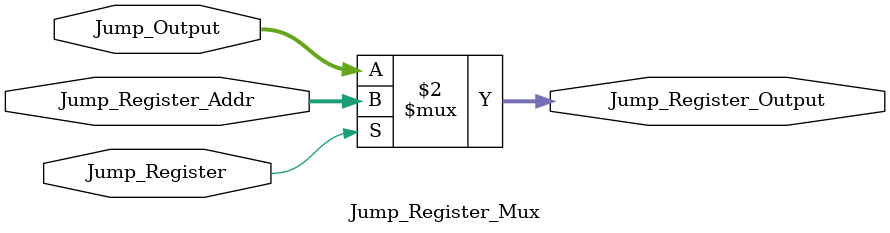
<source format=v>
module Jump_Register_Mux (Jump_Register_Output, Jump_Register , Jump_Register_Addr , Jump_Output) ;

  // Scalers 
  
    input Jump_Register ; 
  
  // Vectors 
  
   input      [31:0] Jump_Register_Addr , Jump_Output ; 
	
	output  [31:0] Jump_Register_Output ;
	
  /***********************************/
  
  // Select either 'Jump_Output' from the register file or the Jump_Register_Addr as the input PC Register.
    // if Jump_Register = 0  --> Output = Jump_Output
    // if Jump_Register = 1  --> Output = Jump_Register_Addr 
       
		 assign Jump_Register_Output =   (!Jump_Register) ? Jump_Output : Jump_Register_Addr ;  



endmodule
</source>
